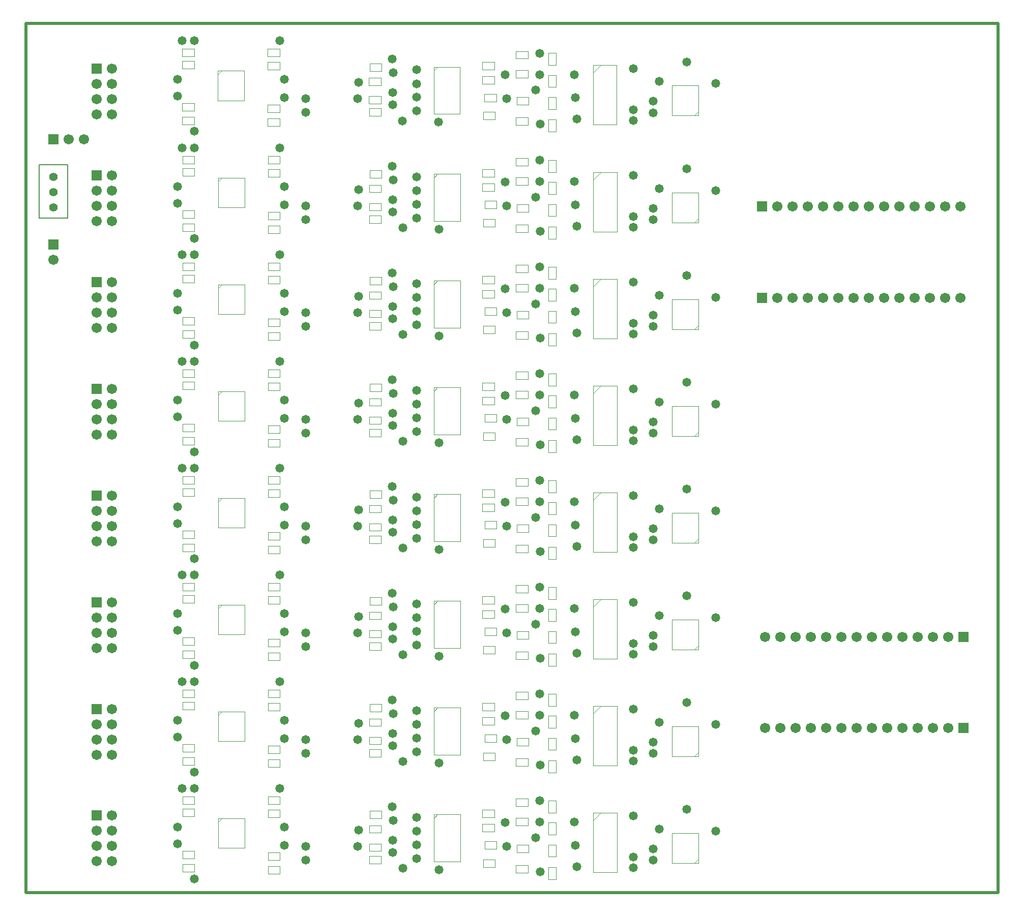
<source format=gbs>
G04*
G04 #@! TF.GenerationSoftware,Altium Limited,Altium Designer,19.0.10 (269)*
G04*
G04 Layer_Color=16711935*
%FSLAX23Y23*%
%MOIN*%
G70*
G01*
G75*
%ADD10C,0.008*%
%ADD12C,0.010*%
%ADD13C,0.004*%
%ADD14C,0.020*%
%ADD29R,0.067X0.067*%
%ADD30C,0.067*%
%ADD31R,0.067X0.067*%
%ADD32C,0.055*%
%ADD33C,0.058*%
D10*
X1086Y4424D02*
Y4774D01*
Y4424D02*
X1275D01*
Y4774D01*
X1086D02*
X1275D01*
D12*
X7360Y5700D02*
X7370Y5690D01*
D13*
X2258Y5390D02*
X2431D01*
Y5194D02*
Y5390D01*
X2258Y5194D02*
X2431D01*
X2258D02*
Y5390D01*
Y5365D02*
X2284Y5390D01*
X2259Y4688D02*
X2432D01*
Y4492D02*
Y4688D01*
X2259Y4492D02*
X2432D01*
X2259D02*
Y4688D01*
Y4663D02*
X2284Y4688D01*
X2259Y3988D02*
X2432D01*
Y3792D02*
Y3988D01*
X2259Y3792D02*
X2432D01*
X2259D02*
Y3988D01*
Y3963D02*
X2284Y3988D01*
X2259Y3288D02*
X2432D01*
Y3092D02*
Y3288D01*
X2259Y3092D02*
X2432D01*
X2259D02*
Y3288D01*
Y3263D02*
X2284Y3288D01*
X2259Y2588D02*
X2432D01*
Y2392D02*
Y2588D01*
X2259Y2392D02*
X2432D01*
X2259D02*
Y2588D01*
Y2563D02*
X2284Y2588D01*
X2259Y1888D02*
X2432D01*
Y1692D02*
Y1888D01*
X2259Y1692D02*
X2432D01*
X2259D02*
Y1888D01*
Y1863D02*
X2284Y1888D01*
X2259Y1188D02*
X2432D01*
Y992D02*
Y1188D01*
X2259Y992D02*
X2432D01*
X2259D02*
Y1188D01*
Y1163D02*
X2284Y1188D01*
X2259Y488D02*
X2432D01*
Y292D02*
Y488D01*
X2259Y292D02*
X2432D01*
X2259D02*
Y488D01*
Y463D02*
X2284Y488D01*
X4718Y475D02*
X4768Y525D01*
X4718Y135D02*
Y525D01*
Y135D02*
X4872D01*
Y525D01*
X4718D02*
X4872D01*
X5381Y195D02*
X5407Y220D01*
Y195D02*
Y391D01*
X5234D02*
X5407D01*
X5234Y195D02*
Y391D01*
Y195D02*
X5407D01*
X4425Y525D02*
X4475D01*
Y604D01*
X4425D02*
X4475D01*
X4425Y525D02*
Y604D01*
Y459D02*
X4475D01*
X4425Y380D02*
Y459D01*
Y380D02*
X4475D01*
Y459D01*
X4425Y88D02*
X4475D01*
Y167D01*
X4425D02*
X4475D01*
X4425Y88D02*
Y167D01*
Y315D02*
X4475D01*
X4425Y236D02*
Y315D01*
Y236D02*
X4475D01*
Y315D01*
X4718Y1225D02*
X4872D01*
Y835D02*
Y1225D01*
X4718Y835D02*
X4872D01*
X4718D02*
Y1225D01*
Y1175D02*
X4768Y1225D01*
X5381Y895D02*
X5407Y920D01*
Y895D02*
Y1091D01*
X5234D02*
X5407D01*
X5234Y895D02*
Y1091D01*
Y895D02*
X5407D01*
X4425Y1225D02*
X4475D01*
Y1304D01*
X4425D02*
X4475D01*
X4425Y1225D02*
Y1304D01*
Y1159D02*
X4475D01*
X4425Y1080D02*
Y1159D01*
Y1080D02*
X4475D01*
Y1159D01*
X4425Y788D02*
X4475D01*
Y867D01*
X4425D02*
X4475D01*
X4425Y788D02*
Y867D01*
Y1015D02*
X4475D01*
X4425Y936D02*
Y1015D01*
Y936D02*
X4475D01*
Y1015D01*
X4718Y1875D02*
X4768Y1925D01*
X4718Y1535D02*
Y1925D01*
Y1535D02*
X4872D01*
Y1925D01*
X4718D02*
X4872D01*
X5381Y1595D02*
X5407Y1620D01*
Y1595D02*
Y1791D01*
X5234D02*
X5407D01*
X5234Y1595D02*
Y1791D01*
Y1595D02*
X5407D01*
X4425Y1925D02*
X4475D01*
Y2004D01*
X4425D02*
X4475D01*
X4425Y1925D02*
Y2004D01*
Y1859D02*
X4475D01*
X4425Y1780D02*
Y1859D01*
Y1780D02*
X4475D01*
Y1859D01*
X4425Y1488D02*
X4475D01*
Y1567D01*
X4425D02*
X4475D01*
X4425Y1488D02*
Y1567D01*
Y1715D02*
X4475D01*
X4425Y1636D02*
Y1715D01*
Y1636D02*
X4475D01*
Y1715D01*
X4718Y2575D02*
X4768Y2625D01*
X4718Y2235D02*
Y2625D01*
Y2235D02*
X4872D01*
Y2625D01*
X4718D02*
X4872D01*
X5381Y2295D02*
X5407Y2320D01*
Y2295D02*
Y2491D01*
X5234D02*
X5407D01*
X5234Y2295D02*
Y2491D01*
Y2295D02*
X5407D01*
X4425Y2625D02*
X4475D01*
Y2704D01*
X4425D02*
X4475D01*
X4425Y2625D02*
Y2704D01*
Y2559D02*
X4475D01*
X4425Y2480D02*
Y2559D01*
Y2480D02*
X4475D01*
Y2559D01*
X4425Y2188D02*
X4475D01*
Y2267D01*
X4425D02*
X4475D01*
X4425Y2188D02*
Y2267D01*
Y2415D02*
X4475D01*
X4425Y2336D02*
Y2415D01*
Y2336D02*
X4475D01*
Y2415D01*
X4718Y3275D02*
X4768Y3325D01*
X4718Y2935D02*
Y3325D01*
Y2935D02*
X4872D01*
Y3325D01*
X4718D02*
X4872D01*
X5381Y2995D02*
X5407Y3020D01*
Y2995D02*
Y3191D01*
X5234D02*
X5407D01*
X5234Y2995D02*
Y3191D01*
Y2995D02*
X5407D01*
X4425Y3325D02*
X4475D01*
Y3404D01*
X4425D02*
X4475D01*
X4425Y3325D02*
Y3404D01*
Y3259D02*
X4475D01*
X4425Y3180D02*
Y3259D01*
Y3180D02*
X4475D01*
Y3259D01*
X4425Y2888D02*
X4475D01*
Y2967D01*
X4425D02*
X4475D01*
X4425Y2888D02*
Y2967D01*
Y3115D02*
X4475D01*
X4425Y3036D02*
Y3115D01*
Y3036D02*
X4475D01*
Y3115D01*
X4718Y3975D02*
X4768Y4025D01*
X4718Y3635D02*
Y4025D01*
Y3635D02*
X4872D01*
Y4025D01*
X4718D02*
X4872D01*
X5381Y3695D02*
X5407Y3720D01*
Y3695D02*
Y3891D01*
X5234D02*
X5407D01*
X5234Y3695D02*
Y3891D01*
Y3695D02*
X5407D01*
X4425Y4025D02*
X4475D01*
Y4104D01*
X4425D02*
X4475D01*
X4425Y4025D02*
Y4104D01*
Y3959D02*
X4475D01*
X4425Y3880D02*
Y3959D01*
Y3880D02*
X4475D01*
Y3959D01*
X4425Y3588D02*
X4475D01*
Y3667D01*
X4425D02*
X4475D01*
X4425Y3588D02*
Y3667D01*
Y3815D02*
X4475D01*
X4425Y3736D02*
Y3815D01*
Y3736D02*
X4475D01*
Y3815D01*
X4718Y4675D02*
X4768Y4725D01*
X4718Y4335D02*
Y4725D01*
Y4335D02*
X4872D01*
Y4725D01*
X4718D02*
X4872D01*
X5381Y4395D02*
X5407Y4420D01*
Y4395D02*
Y4591D01*
X5234D02*
X5407D01*
X5234Y4395D02*
Y4591D01*
Y4395D02*
X5407D01*
X4425Y4725D02*
X4475D01*
Y4804D01*
X4425D02*
X4475D01*
X4425Y4725D02*
Y4804D01*
Y4659D02*
X4475D01*
X4425Y4580D02*
Y4659D01*
Y4580D02*
X4475D01*
Y4659D01*
X4425Y4288D02*
X4475D01*
Y4367D01*
X4425D02*
X4475D01*
X4425Y4288D02*
Y4367D01*
Y4515D02*
X4475D01*
X4425Y4436D02*
Y4515D01*
Y4436D02*
X4475D01*
Y4515D01*
X5381Y5097D02*
X5407Y5122D01*
Y5097D02*
Y5293D01*
X5233D02*
X5407D01*
X5233Y5097D02*
Y5293D01*
Y5097D02*
X5407D01*
X4718Y5377D02*
X4768Y5427D01*
X4718Y5037D02*
Y5427D01*
Y5037D02*
X4871D01*
Y5427D01*
X4718D02*
X4871D01*
X4425Y4990D02*
X4474D01*
Y5069D01*
X4425D02*
X4474D01*
X4425Y4990D02*
Y5069D01*
Y5217D02*
X4474D01*
X4425Y5138D02*
Y5217D01*
Y5138D02*
X4474D01*
Y5217D01*
X4425Y5427D02*
X4474D01*
Y5506D01*
X4425D02*
X4474D01*
X4425Y5427D02*
Y5506D01*
Y5361D02*
X4474D01*
X4425Y5282D02*
Y5361D01*
Y5282D02*
X4474D01*
Y5361D01*
X2586Y3380D02*
Y3430D01*
Y3380D02*
X2664D01*
Y3430D01*
X2586D02*
X2664D01*
X2586Y825D02*
Y875D01*
Y825D02*
X2664D01*
Y875D01*
X2586D02*
X2664D01*
X2586Y1280D02*
Y1330D01*
Y1280D02*
X2664D01*
Y1330D01*
X2586D02*
X2664D01*
X2585Y5027D02*
Y5077D01*
Y5027D02*
X2664D01*
Y5077D01*
X2585D02*
X2664D01*
X2586Y2680D02*
Y2730D01*
Y2680D02*
X2664D01*
Y2730D01*
X2586D02*
X2664D01*
X2586Y2925D02*
Y2975D01*
Y2925D02*
X2664D01*
Y2975D01*
X2586D02*
X2664D01*
X2586Y2225D02*
Y2275D01*
Y2225D02*
X2664D01*
Y2275D01*
X2586D02*
X2664D01*
X2586Y4080D02*
Y4130D01*
Y4080D02*
X2664D01*
Y4130D01*
X2586D02*
X2664D01*
X2586Y125D02*
Y175D01*
Y125D02*
X2664D01*
Y175D01*
X2586D02*
X2664D01*
X2586Y4780D02*
Y4830D01*
Y4780D02*
X2664D01*
Y4830D01*
X2586D02*
X2664D01*
X2585Y5482D02*
Y5532D01*
Y5482D02*
X2664D01*
Y5532D01*
X2585D02*
X2664D01*
X2586Y4325D02*
Y4375D01*
Y4325D02*
X2664D01*
Y4375D01*
X2586D02*
X2664D01*
X2586Y1980D02*
Y2030D01*
Y1980D02*
X2664D01*
Y2030D01*
X2586D02*
X2664D01*
X2586Y3625D02*
Y3675D01*
Y3625D02*
X2664D01*
Y3675D01*
X2586D02*
X2664D01*
X2586Y580D02*
Y630D01*
Y580D02*
X2664D01*
Y630D01*
X2586D02*
X2664D01*
X2586Y1525D02*
Y1575D01*
Y1525D02*
X2664D01*
Y1575D01*
X2586D02*
X2664D01*
X4294Y5167D02*
Y5217D01*
X4216D02*
X4294D01*
X4216Y5167D02*
Y5217D01*
Y5167D02*
X4294D01*
X4295Y265D02*
Y315D01*
X4216D02*
X4295D01*
X4216Y265D02*
Y315D01*
Y265D02*
X4295D01*
X4289Y830D02*
Y880D01*
X4211D02*
X4289D01*
X4211Y830D02*
Y880D01*
Y830D02*
X4289D01*
X3249Y4441D02*
X3328D01*
Y4391D02*
Y4441D01*
X3249Y4391D02*
X3328D01*
X3249D02*
Y4441D01*
X4211Y1841D02*
Y1890D01*
Y1841D02*
X4289D01*
Y1890D01*
X4211D02*
X4289D01*
X3996Y4418D02*
X4075D01*
Y4368D02*
Y4418D01*
X3996Y4368D02*
X4075D01*
X3996D02*
Y4418D01*
X4289Y130D02*
Y180D01*
X4211D02*
X4289D01*
X4211Y130D02*
Y180D01*
Y130D02*
X4289D01*
X3996Y3718D02*
X4075D01*
Y3668D02*
Y3718D01*
X3996Y3668D02*
X4075D01*
X3996D02*
Y3718D01*
X4295Y965D02*
Y1015D01*
X4216D02*
X4295D01*
X4216Y965D02*
Y1015D01*
Y965D02*
X4295D01*
X3249Y3741D02*
X3328D01*
Y3691D02*
Y3741D01*
X3249Y3691D02*
X3328D01*
X3249D02*
Y3741D01*
X4211Y567D02*
Y616D01*
Y567D02*
X4289D01*
Y616D01*
X4211D02*
X4289D01*
X3249Y1641D02*
X3328D01*
Y1591D02*
Y1641D01*
X3249Y1591D02*
X3328D01*
X3249D02*
Y1641D01*
X4295Y3065D02*
Y3115D01*
X4216D02*
X4295D01*
X4216Y3065D02*
Y3115D01*
Y3065D02*
X4295D01*
Y3765D02*
Y3815D01*
X4216D02*
X4295D01*
X4216Y3765D02*
Y3815D01*
Y3765D02*
X4295D01*
X4289Y1530D02*
Y1580D01*
X4211D02*
X4289D01*
X4211Y1530D02*
Y1580D01*
Y1530D02*
X4289D01*
X4295Y4465D02*
Y4515D01*
X4216D02*
X4295D01*
X4216Y4465D02*
Y4515D01*
Y4465D02*
X4295D01*
X3249Y2341D02*
X3328D01*
Y2291D02*
Y2341D01*
X3249Y2291D02*
X3328D01*
X3249D02*
Y2341D01*
X4211Y4767D02*
Y4816D01*
Y4767D02*
X4289D01*
Y4816D01*
X4211D02*
X4289D01*
X3996Y5120D02*
X4074D01*
Y5070D02*
Y5120D01*
X3996Y5070D02*
X4074D01*
X3996D02*
Y5120D01*
X3996Y2318D02*
X4075D01*
Y2268D02*
Y2318D01*
X3996Y2268D02*
X4075D01*
X3996D02*
Y2318D01*
X4006Y3136D02*
X4084D01*
Y3086D02*
Y3136D01*
X4006Y3086D02*
X4084D01*
X4006D02*
Y3136D01*
X3249Y3041D02*
X3328D01*
Y2991D02*
Y3041D01*
X3249Y2991D02*
X3328D01*
X3249D02*
Y3041D01*
X4211Y1141D02*
Y1190D01*
Y1141D02*
X4289D01*
Y1190D01*
X4211D02*
X4289D01*
X4211Y2541D02*
Y2590D01*
Y2541D02*
X4289D01*
Y2590D01*
X4211D02*
X4289D01*
X3996Y3018D02*
X4075D01*
Y2968D02*
Y3018D01*
X3996Y2968D02*
X4075D01*
X3996D02*
Y3018D01*
X3249Y941D02*
X3328D01*
Y891D02*
Y941D01*
X3249Y891D02*
X3328D01*
X3249D02*
Y941D01*
X4295Y1665D02*
Y1715D01*
X4216D02*
X4295D01*
X4216Y1665D02*
Y1715D01*
Y1665D02*
X4295D01*
X4006Y2436D02*
X4084D01*
Y2386D02*
Y2436D01*
X4006Y2386D02*
X4084D01*
X4006D02*
Y2436D01*
X4211Y1967D02*
Y2016D01*
Y1967D02*
X4289D01*
Y2016D01*
X4211D02*
X4289D01*
X3249Y241D02*
X3328D01*
Y191D02*
Y241D01*
X3249Y191D02*
X3328D01*
X3249D02*
Y241D01*
X4211Y441D02*
Y490D01*
Y441D02*
X4289D01*
Y490D01*
X4211D02*
X4289D01*
X4210Y5469D02*
Y5518D01*
Y5469D02*
X4289D01*
Y5518D01*
X4210D02*
X4289D01*
X4211Y1267D02*
Y1316D01*
Y1267D02*
X4289D01*
Y1316D01*
X4211D02*
X4289D01*
X4005Y5238D02*
X4084D01*
Y5188D02*
Y5238D01*
X4005Y5188D02*
X4084D01*
X4005D02*
Y5238D01*
X3996Y1618D02*
X4075D01*
Y1568D02*
Y1618D01*
X3996Y1568D02*
X4075D01*
X3996D02*
Y1618D01*
X4289Y4330D02*
Y4380D01*
X4211D02*
X4289D01*
X4211Y4330D02*
Y4380D01*
Y4330D02*
X4289D01*
Y3630D02*
Y3680D01*
X4211D02*
X4289D01*
X4211Y3630D02*
Y3680D01*
Y3630D02*
X4289D01*
X3996Y918D02*
X4075D01*
Y868D02*
Y918D01*
X3996Y868D02*
X4075D01*
X3996D02*
Y918D01*
X4289Y2230D02*
Y2280D01*
X4211D02*
X4289D01*
X4211Y2230D02*
Y2280D01*
Y2230D02*
X4289D01*
X4295Y2365D02*
Y2415D01*
X4216D02*
X4295D01*
X4216Y2365D02*
Y2415D01*
Y2365D02*
X4295D01*
X4211Y4641D02*
Y4690D01*
Y4641D02*
X4289D01*
Y4690D01*
X4211D02*
X4289D01*
X4210Y5343D02*
Y5392D01*
Y5343D02*
X4289D01*
Y5392D01*
X4210D02*
X4289D01*
X4289Y2930D02*
Y2980D01*
X4211D02*
X4289D01*
X4211Y2930D02*
Y2980D01*
Y2930D02*
X4289D01*
X4289Y5032D02*
Y5082D01*
X4210D02*
X4289D01*
X4210Y5032D02*
Y5082D01*
Y5032D02*
X4289D01*
X4006Y3836D02*
X4084D01*
Y3786D02*
Y3836D01*
X4006Y3786D02*
X4084D01*
X4006D02*
Y3836D01*
Y1736D02*
X4084D01*
Y1686D02*
Y1736D01*
X4006Y1686D02*
X4084D01*
X4006D02*
Y1736D01*
X4211Y3367D02*
Y3416D01*
Y3367D02*
X4289D01*
Y3416D01*
X4211D02*
X4289D01*
X4211Y4067D02*
Y4116D01*
Y4067D02*
X4289D01*
Y4116D01*
X4211D02*
X4289D01*
X4211Y3241D02*
Y3290D01*
Y3241D02*
X4289D01*
Y3290D01*
X4211D02*
X4289D01*
X3249Y5143D02*
X3328D01*
Y5093D02*
Y5143D01*
X3249Y5093D02*
X3328D01*
X3249D02*
Y5143D01*
X4006Y4536D02*
X4084D01*
Y4486D02*
Y4536D01*
X4006Y4486D02*
X4084D01*
X4006D02*
Y4536D01*
X4211Y3941D02*
Y3990D01*
Y3941D02*
X4289D01*
Y3990D01*
X4211D02*
X4289D01*
X4006Y1036D02*
X4084D01*
Y986D02*
Y1036D01*
X4006Y986D02*
X4084D01*
X4006D02*
Y1036D01*
X4211Y2667D02*
Y2716D01*
Y2667D02*
X4289D01*
Y2716D01*
X4211D02*
X4289D01*
X3996Y218D02*
X4075D01*
Y168D02*
Y218D01*
X3996Y168D02*
X4075D01*
X3996D02*
Y218D01*
X2104Y4780D02*
Y4830D01*
X2026D02*
X2104D01*
X2026Y4780D02*
Y4830D01*
Y4780D02*
X2104D01*
X2026Y836D02*
Y886D01*
Y836D02*
X2104D01*
Y886D01*
X2026D02*
X2104D01*
X2026Y2236D02*
Y2286D01*
Y2236D02*
X2104D01*
Y2286D01*
X2026D02*
X2104D01*
Y1280D02*
Y1330D01*
X2026D02*
X2104D01*
X2026Y1280D02*
Y1330D01*
Y1280D02*
X2104D01*
Y225D02*
Y275D01*
X2026D02*
X2104D01*
X2026Y225D02*
Y275D01*
Y225D02*
X2104D01*
X2664Y3995D02*
Y4045D01*
X2586D02*
X2664D01*
X2586Y3995D02*
Y4045D01*
Y3995D02*
X2664D01*
X2025Y5038D02*
Y5088D01*
Y5038D02*
X2104D01*
Y5088D01*
X2025D02*
X2104D01*
X2026Y1900D02*
Y1950D01*
Y1900D02*
X2104D01*
Y1950D01*
X2026D02*
X2104D01*
X2586Y1615D02*
Y1665D01*
Y1615D02*
X2664D01*
Y1665D01*
X2586D02*
X2664D01*
X2104Y2680D02*
Y2730D01*
X2026D02*
X2104D01*
X2026Y2680D02*
Y2730D01*
Y2680D02*
X2104D01*
X2026Y4000D02*
Y4050D01*
Y4000D02*
X2104D01*
Y4050D01*
X2026D02*
X2104D01*
Y1980D02*
Y2030D01*
X2026D02*
X2104D01*
X2026Y1980D02*
Y2030D01*
Y1980D02*
X2104D01*
X2026Y4700D02*
Y4750D01*
Y4700D02*
X2104D01*
Y4750D01*
X2026D02*
X2104D01*
X2664Y495D02*
Y545D01*
X2586D02*
X2664D01*
X2586Y495D02*
Y545D01*
Y495D02*
X2664D01*
X2026Y3300D02*
Y3350D01*
Y3300D02*
X2104D01*
Y3350D01*
X2026D02*
X2104D01*
X2664Y2595D02*
Y2645D01*
X2586D02*
X2664D01*
X2586Y2595D02*
Y2645D01*
Y2595D02*
X2664D01*
X2586Y915D02*
Y965D01*
Y915D02*
X2664D01*
Y965D01*
X2586D02*
X2664D01*
X2104Y1625D02*
Y1675D01*
X2026D02*
X2104D01*
X2026Y1625D02*
Y1675D01*
Y1625D02*
X2104D01*
Y3725D02*
Y3775D01*
X2026D02*
X2104D01*
X2026Y3725D02*
Y3775D01*
Y3725D02*
X2104D01*
X2586Y215D02*
Y265D01*
Y215D02*
X2664D01*
Y265D01*
X2586D02*
X2664D01*
Y1895D02*
Y1945D01*
X2586D02*
X2664D01*
X2586Y1895D02*
Y1945D01*
Y1895D02*
X2664D01*
X2586Y4415D02*
Y4465D01*
Y4415D02*
X2664D01*
Y4465D01*
X2586D02*
X2664D01*
X2025Y5402D02*
Y5452D01*
Y5402D02*
X2104D01*
Y5452D01*
X2025D02*
X2104D01*
X2104Y2325D02*
Y2375D01*
X2026D02*
X2104D01*
X2026Y2325D02*
Y2375D01*
Y2325D02*
X2104D01*
X2104Y5127D02*
Y5177D01*
X2025D02*
X2104D01*
X2025Y5127D02*
Y5177D01*
Y5127D02*
X2104D01*
X2664Y3295D02*
Y3345D01*
X2586D02*
X2664D01*
X2586Y3295D02*
Y3345D01*
Y3295D02*
X2664D01*
Y1195D02*
Y1245D01*
X2586D02*
X2664D01*
X2586Y1195D02*
Y1245D01*
Y1195D02*
X2664D01*
Y4695D02*
Y4745D01*
X2586D02*
X2664D01*
X2586Y4695D02*
Y4745D01*
Y4695D02*
X2664D01*
X2026Y136D02*
Y186D01*
Y136D02*
X2104D01*
Y186D01*
X2026D02*
X2104D01*
X2585Y5117D02*
Y5167D01*
Y5117D02*
X2664D01*
Y5167D01*
X2585D02*
X2664D01*
X2104Y4425D02*
Y4475D01*
X2026D02*
X2104D01*
X2026Y4425D02*
Y4475D01*
Y4425D02*
X2104D01*
X2104Y5482D02*
Y5532D01*
X2025D02*
X2104D01*
X2025Y5482D02*
Y5532D01*
Y5482D02*
X2104D01*
X2026Y1536D02*
Y1586D01*
Y1536D02*
X2104D01*
Y1586D01*
X2026D02*
X2104D01*
Y925D02*
Y975D01*
X2026D02*
X2104D01*
X2026Y925D02*
Y975D01*
Y925D02*
X2104D01*
X2026Y4336D02*
Y4386D01*
Y4336D02*
X2104D01*
Y4386D01*
X2026D02*
X2104D01*
X2026Y2600D02*
Y2650D01*
Y2600D02*
X2104D01*
Y2650D01*
X2026D02*
X2104D01*
X2026Y2936D02*
Y2986D01*
Y2936D02*
X2104D01*
Y2986D01*
X2026D02*
X2104D01*
X2026Y3636D02*
Y3686D01*
Y3636D02*
X2104D01*
Y3686D01*
X2026D02*
X2104D01*
X2026Y1200D02*
Y1250D01*
Y1200D02*
X2104D01*
Y1250D01*
X2026D02*
X2104D01*
X2026Y500D02*
Y550D01*
Y500D02*
X2104D01*
Y550D01*
X2026D02*
X2104D01*
Y4080D02*
Y4130D01*
X2026D02*
X2104D01*
X2026Y4080D02*
Y4130D01*
Y4080D02*
X2104D01*
Y3380D02*
Y3430D01*
X2026D02*
X2104D01*
X2026Y3380D02*
Y3430D01*
Y3380D02*
X2104D01*
Y3025D02*
Y3075D01*
X2026D02*
X2104D01*
X2026Y3025D02*
Y3075D01*
Y3025D02*
X2104D01*
X2586Y3715D02*
Y3765D01*
Y3715D02*
X2664D01*
Y3765D01*
X2586D02*
X2664D01*
X2664Y5397D02*
Y5447D01*
X2585D02*
X2664D01*
X2585Y5397D02*
Y5447D01*
Y5397D02*
X2664D01*
X2586Y3015D02*
Y3065D01*
Y3015D02*
X2664D01*
Y3065D01*
X2586D02*
X2664D01*
X2104Y580D02*
Y630D01*
X2026D02*
X2104D01*
X2026Y580D02*
Y630D01*
Y580D02*
X2104D01*
X2586Y2315D02*
Y2365D01*
Y2315D02*
X2664D01*
Y2365D01*
X2586D02*
X2664D01*
X4006Y336D02*
X4084D01*
Y286D02*
Y336D01*
X4006Y286D02*
X4084D01*
X4006D02*
Y336D01*
X3248Y5223D02*
X3327D01*
Y5174D02*
Y5223D01*
X3248Y5174D02*
X3327D01*
X3248D02*
Y5223D01*
X3249Y4521D02*
X3327D01*
Y4472D02*
Y4521D01*
X3249Y4472D02*
X3327D01*
X3249D02*
Y4521D01*
Y3821D02*
X3327D01*
Y3772D02*
Y3821D01*
X3249Y3772D02*
X3327D01*
X3249D02*
Y3821D01*
Y3121D02*
X3327D01*
Y3072D02*
Y3121D01*
X3249Y3072D02*
X3327D01*
X3249D02*
Y3121D01*
Y2421D02*
X3327D01*
Y2372D02*
Y2421D01*
X3249Y2372D02*
X3327D01*
X3249D02*
Y2421D01*
Y1721D02*
X3327D01*
Y1672D02*
Y1721D01*
X3249Y1672D02*
X3327D01*
X3249D02*
Y1721D01*
Y1021D02*
X3327D01*
Y972D02*
Y1021D01*
X3249Y972D02*
X3327D01*
X3249D02*
Y1021D01*
Y321D02*
X3327D01*
Y272D02*
Y321D01*
X3249Y272D02*
X3327D01*
X3249D02*
Y321D01*
X3990Y5352D02*
X4069D01*
Y5303D02*
Y5352D01*
X3990Y5303D02*
X4069D01*
X3990D02*
Y5352D01*
X3991Y4650D02*
X4069D01*
Y4601D02*
Y4650D01*
X3991Y4601D02*
X4069D01*
X3991D02*
Y4650D01*
Y3950D02*
X4069D01*
Y3901D02*
Y3950D01*
X3991Y3901D02*
X4069D01*
X3991D02*
Y3950D01*
Y3250D02*
X4069D01*
Y3201D02*
Y3250D01*
X3991Y3201D02*
X4069D01*
X3991D02*
Y3250D01*
Y2550D02*
X4069D01*
Y2501D02*
Y2550D01*
X3991Y2501D02*
X4069D01*
X3991D02*
Y2550D01*
Y1850D02*
X4069D01*
Y1801D02*
Y1850D01*
X3991Y1801D02*
X4069D01*
X3991D02*
Y1850D01*
Y1150D02*
X4069D01*
Y1101D02*
Y1150D01*
X3991Y1101D02*
X4069D01*
X3991D02*
Y1150D01*
Y450D02*
X4069D01*
Y401D02*
Y450D01*
X3991Y401D02*
X4069D01*
X3991D02*
Y450D01*
X3248Y5343D02*
X3327D01*
Y5294D02*
Y5343D01*
X3248Y5294D02*
X3327D01*
X3248D02*
Y5343D01*
X3249Y4641D02*
X3327D01*
Y4592D02*
Y4641D01*
X3249Y4592D02*
X3327D01*
X3249D02*
Y4641D01*
Y3941D02*
X3327D01*
Y3892D02*
Y3941D01*
X3249Y3892D02*
X3327D01*
X3249D02*
Y3941D01*
Y3241D02*
X3327D01*
Y3192D02*
Y3241D01*
X3249Y3192D02*
X3327D01*
X3249D02*
Y3241D01*
Y2541D02*
X3327D01*
Y2492D02*
Y2541D01*
X3249Y2492D02*
X3327D01*
X3249D02*
Y2541D01*
Y1841D02*
X3327D01*
Y1792D02*
Y1841D01*
X3249Y1792D02*
X3327D01*
X3249D02*
Y1841D01*
Y1141D02*
X3327D01*
Y1092D02*
Y1141D01*
X3249Y1092D02*
X3327D01*
X3249D02*
Y1141D01*
Y441D02*
X3327D01*
Y392D02*
Y441D01*
X3249Y392D02*
X3327D01*
X3249D02*
Y441D01*
X3990Y5447D02*
X4069D01*
Y5397D02*
Y5447D01*
X3990Y5397D02*
X4069D01*
X3990D02*
Y5447D01*
X3991Y4745D02*
X4069D01*
Y4695D02*
Y4745D01*
X3991Y4695D02*
X4069D01*
X3991D02*
Y4745D01*
Y4045D02*
X4069D01*
Y3995D02*
Y4045D01*
X3991Y3995D02*
X4069D01*
X3991D02*
Y4045D01*
Y3345D02*
X4069D01*
Y3295D02*
Y3345D01*
X3991Y3295D02*
X4069D01*
X3991D02*
Y3345D01*
Y2645D02*
X4069D01*
Y2595D02*
Y2645D01*
X3991Y2595D02*
X4069D01*
X3991D02*
Y2645D01*
Y1945D02*
X4069D01*
Y1895D02*
Y1945D01*
X3991Y1895D02*
X4069D01*
X3991D02*
Y1945D01*
Y1245D02*
X4069D01*
Y1195D02*
Y1245D01*
X3991Y1195D02*
X4069D01*
X3991D02*
Y1245D01*
Y545D02*
X4069D01*
Y495D02*
Y545D01*
X3991Y495D02*
X4069D01*
X3991D02*
Y545D01*
X3252Y5438D02*
X3330D01*
Y5388D02*
Y5438D01*
X3252Y5388D02*
X3330D01*
X3252D02*
Y5438D01*
X3252Y4736D02*
X3331D01*
Y4686D02*
Y4736D01*
X3252Y4686D02*
X3331D01*
X3252D02*
Y4736D01*
Y4036D02*
X3331D01*
Y3986D02*
Y4036D01*
X3252Y3986D02*
X3331D01*
X3252D02*
Y4036D01*
Y3336D02*
X3331D01*
Y3286D02*
Y3336D01*
X3252Y3286D02*
X3331D01*
X3252D02*
Y3336D01*
Y2636D02*
X3331D01*
Y2586D02*
Y2636D01*
X3252Y2586D02*
X3331D01*
X3252D02*
Y2636D01*
Y1936D02*
X3331D01*
Y1886D02*
Y1936D01*
X3252Y1886D02*
X3331D01*
X3252D02*
Y1936D01*
Y1236D02*
X3331D01*
Y1186D02*
Y1236D01*
X3252Y1186D02*
X3331D01*
X3252D02*
Y1236D01*
Y536D02*
X3331D01*
Y486D02*
Y536D01*
X3252Y486D02*
X3331D01*
X3252D02*
Y536D01*
X3672Y5414D02*
X3845D01*
Y5107D02*
Y5414D01*
X3672Y5107D02*
X3845D01*
X3672D02*
Y5414D01*
Y5389D02*
X3698Y5414D01*
X3673Y4712D02*
X3846D01*
Y4405D02*
Y4712D01*
X3673Y4405D02*
X3846D01*
X3673D02*
Y4712D01*
Y4687D02*
X3698Y4712D01*
X3673Y4012D02*
X3846D01*
Y3705D02*
Y4012D01*
X3673Y3705D02*
X3846D01*
X3673D02*
Y4012D01*
Y3987D02*
X3698Y4012D01*
X3673Y3312D02*
X3846D01*
Y3005D02*
Y3312D01*
X3673Y3005D02*
X3846D01*
X3673D02*
Y3312D01*
Y3287D02*
X3698Y3312D01*
X3673Y2587D02*
X3698Y2612D01*
X3673Y2305D02*
Y2612D01*
Y2305D02*
X3846D01*
Y2612D01*
X3673D02*
X3846D01*
X3673Y1912D02*
X3846D01*
Y1605D02*
Y1912D01*
X3673Y1605D02*
X3846D01*
X3673D02*
Y1912D01*
Y1887D02*
X3698Y1912D01*
X3673Y1212D02*
X3846D01*
Y905D02*
Y1212D01*
X3673Y905D02*
X3846D01*
X3673D02*
Y1212D01*
Y1187D02*
X3698Y1212D01*
X3673Y512D02*
X3846D01*
Y205D02*
Y512D01*
X3673Y205D02*
X3846D01*
X3673D02*
Y512D01*
Y487D02*
X3698Y512D01*
D14*
X1000Y0D02*
Y5700D01*
X7370D01*
Y0D02*
Y5700D01*
X1000Y0D02*
X7370D01*
D29*
X1465Y4703D02*
D03*
X1180Y4250D02*
D03*
X1465Y1903D02*
D03*
Y506D02*
D03*
Y2603D02*
D03*
Y1204D02*
D03*
Y3303D02*
D03*
Y4003D02*
D03*
X1465Y5402D02*
D03*
D30*
X1565Y4703D02*
D03*
X1465Y4603D02*
D03*
X1565D02*
D03*
X1465Y4503D02*
D03*
X1565D02*
D03*
X1465Y4403D02*
D03*
X1565D02*
D03*
X1180Y4150D02*
D03*
X1565Y1903D02*
D03*
X1465Y1803D02*
D03*
X1565D02*
D03*
X1465Y1703D02*
D03*
X1565D02*
D03*
X1465Y1603D02*
D03*
X1565D02*
D03*
Y506D02*
D03*
X1465Y406D02*
D03*
X1565D02*
D03*
X1465Y306D02*
D03*
X1565D02*
D03*
X1465Y206D02*
D03*
X1565D02*
D03*
Y2603D02*
D03*
X1465Y2503D02*
D03*
X1565D02*
D03*
X1465Y2403D02*
D03*
X1565D02*
D03*
X1465Y2303D02*
D03*
X1565D02*
D03*
X7045Y1080D02*
D03*
X6945D02*
D03*
X6845D02*
D03*
X6745D02*
D03*
X6645D02*
D03*
X6545D02*
D03*
X6445D02*
D03*
X6345D02*
D03*
X6245D02*
D03*
X6145D02*
D03*
X6045D02*
D03*
X5945D02*
D03*
X5845D02*
D03*
X1565Y1204D02*
D03*
X1465Y1104D02*
D03*
X1565D02*
D03*
X1465Y1004D02*
D03*
X1565D02*
D03*
X1465Y904D02*
D03*
X1565D02*
D03*
Y3303D02*
D03*
X1465Y3203D02*
D03*
X1565D02*
D03*
X1465Y3103D02*
D03*
X1565D02*
D03*
X1465Y3003D02*
D03*
X1565D02*
D03*
Y4003D02*
D03*
X1465Y3903D02*
D03*
X1565D02*
D03*
X1465Y3803D02*
D03*
X1565D02*
D03*
X1465Y3703D02*
D03*
X1565D02*
D03*
X1565Y5402D02*
D03*
X1465Y5302D02*
D03*
X1565D02*
D03*
X1465Y5202D02*
D03*
X1565D02*
D03*
X1465Y5102D02*
D03*
X1565D02*
D03*
X7045Y1677D02*
D03*
X6945D02*
D03*
X6845D02*
D03*
X6745D02*
D03*
X6645D02*
D03*
X6545D02*
D03*
X6445D02*
D03*
X6345D02*
D03*
X6245D02*
D03*
X6145D02*
D03*
X6045D02*
D03*
X5945D02*
D03*
X5845D02*
D03*
X1280Y4940D02*
D03*
X1380D02*
D03*
X5925Y3900D02*
D03*
X6025D02*
D03*
X6125D02*
D03*
X6225D02*
D03*
X6325D02*
D03*
X6425D02*
D03*
X6525D02*
D03*
X6625D02*
D03*
X6725D02*
D03*
X6825D02*
D03*
X6925D02*
D03*
X7025D02*
D03*
X7125D02*
D03*
X5925Y4499D02*
D03*
X6025D02*
D03*
X6125D02*
D03*
X6225D02*
D03*
X6325D02*
D03*
X6425D02*
D03*
X6525D02*
D03*
X6625D02*
D03*
X6725D02*
D03*
X6825D02*
D03*
X6925D02*
D03*
X7025D02*
D03*
X7125D02*
D03*
D31*
X7145Y1080D02*
D03*
Y1677D02*
D03*
X1180Y4940D02*
D03*
X5825Y3900D02*
D03*
Y4499D02*
D03*
D32*
X1180Y4694D02*
D03*
Y4594D02*
D03*
Y4494D02*
D03*
D33*
X3400Y565D02*
D03*
X3405Y265D02*
D03*
X4141Y460D02*
D03*
X3180Y410D02*
D03*
X4368Y463D02*
D03*
X4150Y305D02*
D03*
X3175D02*
D03*
X3405Y345D02*
D03*
X3407Y474D02*
D03*
X3706Y150D02*
D03*
X3469Y159D02*
D03*
X1995Y430D02*
D03*
X2695D02*
D03*
X4595Y463D02*
D03*
X4600Y310D02*
D03*
X4610Y170D02*
D03*
X4981Y503D02*
D03*
X1995Y320D02*
D03*
X2695Y310D02*
D03*
X3559Y494D02*
D03*
X2104Y684D02*
D03*
X2024D02*
D03*
X3561Y403D02*
D03*
X2104Y90D02*
D03*
X3561Y314D02*
D03*
X2835Y305D02*
D03*
X3559Y224D02*
D03*
X2835Y215D02*
D03*
X2665Y685D02*
D03*
X5330Y546D02*
D03*
X5520Y405D02*
D03*
X5150Y418D02*
D03*
X5110Y288D02*
D03*
X4980Y233D02*
D03*
X5110Y213D02*
D03*
X4980Y163D02*
D03*
X4367Y603D02*
D03*
X4370Y138D02*
D03*
X4340Y360D02*
D03*
X3400Y1265D02*
D03*
X3405Y965D02*
D03*
X4141Y1160D02*
D03*
X3180Y1110D02*
D03*
X4368Y1163D02*
D03*
X4150Y1005D02*
D03*
X3175D02*
D03*
X3405Y1045D02*
D03*
X3407Y1174D02*
D03*
X3706Y850D02*
D03*
X3469Y859D02*
D03*
X1995Y1130D02*
D03*
X2695D02*
D03*
X4595Y1163D02*
D03*
X4600Y1010D02*
D03*
X4610Y870D02*
D03*
X4981Y1203D02*
D03*
X1995Y1020D02*
D03*
X2695Y1010D02*
D03*
X3559Y1194D02*
D03*
X2104Y1384D02*
D03*
X2024D02*
D03*
X3561Y1103D02*
D03*
X2104Y790D02*
D03*
X3561Y1014D02*
D03*
X2835Y1005D02*
D03*
X3559Y924D02*
D03*
X2835Y915D02*
D03*
X2665Y1385D02*
D03*
X5330Y1246D02*
D03*
X5520Y1105D02*
D03*
X5150Y1118D02*
D03*
X5110Y988D02*
D03*
X4980Y933D02*
D03*
X5110Y913D02*
D03*
X4980Y863D02*
D03*
X4367Y1303D02*
D03*
X4370Y838D02*
D03*
X4340Y1060D02*
D03*
X3400Y1965D02*
D03*
X3405Y1665D02*
D03*
X4141Y1860D02*
D03*
X3180Y1810D02*
D03*
X4368Y1863D02*
D03*
X4150Y1705D02*
D03*
X3175D02*
D03*
X3405Y1745D02*
D03*
X3407Y1874D02*
D03*
X3706Y1550D02*
D03*
X3469Y1559D02*
D03*
X1995Y1830D02*
D03*
X2695D02*
D03*
X4595Y1863D02*
D03*
X4600Y1710D02*
D03*
X4610Y1570D02*
D03*
X4981Y1903D02*
D03*
X1995Y1720D02*
D03*
X2695Y1710D02*
D03*
X3559Y1894D02*
D03*
X2104Y2084D02*
D03*
X2024D02*
D03*
X3561Y1803D02*
D03*
X2104Y1490D02*
D03*
X3561Y1714D02*
D03*
X2835Y1705D02*
D03*
X3559Y1624D02*
D03*
X2835Y1615D02*
D03*
X2665Y2085D02*
D03*
X5330Y1946D02*
D03*
X5520Y1805D02*
D03*
X5150Y1818D02*
D03*
X5110Y1688D02*
D03*
X4980Y1633D02*
D03*
X5110Y1613D02*
D03*
X4980Y1563D02*
D03*
X4367Y2003D02*
D03*
X4370Y1538D02*
D03*
X4340Y1760D02*
D03*
X3400Y2665D02*
D03*
X3405Y2365D02*
D03*
X4141Y2560D02*
D03*
X3180Y2510D02*
D03*
X4368Y2563D02*
D03*
X4150Y2405D02*
D03*
X3175D02*
D03*
X3405Y2445D02*
D03*
X3407Y2574D02*
D03*
X3706Y2250D02*
D03*
X3469Y2259D02*
D03*
X1995Y2530D02*
D03*
X2695D02*
D03*
X4595Y2563D02*
D03*
X4600Y2410D02*
D03*
X4610Y2270D02*
D03*
X4981Y2603D02*
D03*
X1995Y2420D02*
D03*
X2695Y2410D02*
D03*
X3559Y2594D02*
D03*
X2104Y2784D02*
D03*
X2024D02*
D03*
X3561Y2503D02*
D03*
X2104Y2190D02*
D03*
X3561Y2414D02*
D03*
X2835Y2405D02*
D03*
X3559Y2324D02*
D03*
X2835Y2315D02*
D03*
X2665Y2785D02*
D03*
X5330Y2646D02*
D03*
X5520Y2505D02*
D03*
X5150Y2518D02*
D03*
X5110Y2388D02*
D03*
X4980Y2333D02*
D03*
X5110Y2313D02*
D03*
X4980Y2263D02*
D03*
X4367Y2703D02*
D03*
X4370Y2238D02*
D03*
X4340Y2460D02*
D03*
X3400Y3365D02*
D03*
X3405Y3065D02*
D03*
X4141Y3260D02*
D03*
X3180Y3210D02*
D03*
X4368Y3263D02*
D03*
X4150Y3105D02*
D03*
X3175D02*
D03*
X3405Y3145D02*
D03*
X3407Y3274D02*
D03*
X3706Y2950D02*
D03*
X3469Y2959D02*
D03*
X1995Y3230D02*
D03*
X2695D02*
D03*
X4595Y3263D02*
D03*
X4600Y3110D02*
D03*
X4610Y2970D02*
D03*
X4981Y3303D02*
D03*
X1995Y3120D02*
D03*
X2695Y3110D02*
D03*
X3559Y3294D02*
D03*
X2104Y3484D02*
D03*
X2024D02*
D03*
X3561Y3203D02*
D03*
X2104Y2890D02*
D03*
X3561Y3114D02*
D03*
X2835Y3105D02*
D03*
X3559Y3024D02*
D03*
X2835Y3015D02*
D03*
X2665Y3485D02*
D03*
X5330Y3346D02*
D03*
X5520Y3205D02*
D03*
X5150Y3218D02*
D03*
X5110Y3088D02*
D03*
X4980Y3033D02*
D03*
X5110Y3013D02*
D03*
X4980Y2963D02*
D03*
X4367Y3403D02*
D03*
X4370Y2938D02*
D03*
X4340Y3160D02*
D03*
X3400Y4065D02*
D03*
X3405Y3765D02*
D03*
X4141Y3960D02*
D03*
X3180Y3910D02*
D03*
X4368Y3963D02*
D03*
X4150Y3805D02*
D03*
X3175D02*
D03*
X3405Y3845D02*
D03*
X3407Y3974D02*
D03*
X3706Y3650D02*
D03*
X3469Y3659D02*
D03*
X1995Y3930D02*
D03*
X2695D02*
D03*
X4595Y3963D02*
D03*
X4600Y3810D02*
D03*
X4610Y3670D02*
D03*
X4981Y4003D02*
D03*
X1995Y3820D02*
D03*
X2695Y3810D02*
D03*
X3559Y3994D02*
D03*
X2104Y4184D02*
D03*
X2024D02*
D03*
X3561Y3903D02*
D03*
X2104Y3590D02*
D03*
X3561Y3814D02*
D03*
X2835Y3805D02*
D03*
X3559Y3724D02*
D03*
X2835Y3715D02*
D03*
X2665Y4185D02*
D03*
X5330Y4046D02*
D03*
X5520Y3905D02*
D03*
X5150Y3918D02*
D03*
X5110Y3788D02*
D03*
X4980Y3733D02*
D03*
X5110Y3713D02*
D03*
X4980Y3663D02*
D03*
X4367Y4103D02*
D03*
X4370Y3638D02*
D03*
X4340Y3860D02*
D03*
X3400Y4765D02*
D03*
X3405Y4465D02*
D03*
X4141Y4660D02*
D03*
X3180Y4610D02*
D03*
X4368Y4663D02*
D03*
X4150Y4505D02*
D03*
X3175D02*
D03*
X3405Y4545D02*
D03*
X3407Y4674D02*
D03*
X3706Y4350D02*
D03*
X3469Y4359D02*
D03*
X1995Y4630D02*
D03*
X2695D02*
D03*
X4595Y4663D02*
D03*
X4600Y4510D02*
D03*
X4610Y4370D02*
D03*
X4981Y4703D02*
D03*
X1995Y4520D02*
D03*
X2695Y4510D02*
D03*
X3559Y4694D02*
D03*
X2104Y4884D02*
D03*
X2024D02*
D03*
X3561Y4603D02*
D03*
X2104Y4290D02*
D03*
X3561Y4514D02*
D03*
X2835Y4505D02*
D03*
X3559Y4424D02*
D03*
X2835Y4415D02*
D03*
X2665Y4885D02*
D03*
X5330Y4746D02*
D03*
X5520Y4605D02*
D03*
X5150Y4618D02*
D03*
X5110Y4488D02*
D03*
X4980Y4433D02*
D03*
X5110Y4413D02*
D03*
X4980Y4363D02*
D03*
X4367Y4803D02*
D03*
X4370Y4338D02*
D03*
X4340Y4560D02*
D03*
X4595Y5365D02*
D03*
X4150Y5207D02*
D03*
X3400Y5467D02*
D03*
X3405Y5167D02*
D03*
X4367Y5365D02*
D03*
X4141Y5362D02*
D03*
X3180Y5312D02*
D03*
X3175Y5207D02*
D03*
X3406Y5376D02*
D03*
X3405Y5247D02*
D03*
X3468Y5061D02*
D03*
X3705Y5052D02*
D03*
X1995Y5332D02*
D03*
X2695D02*
D03*
X4600Y5212D02*
D03*
X4610Y5072D02*
D03*
X4981Y5405D02*
D03*
X1995Y5222D02*
D03*
X2695Y5212D02*
D03*
X2024Y5586D02*
D03*
X3559Y5396D02*
D03*
X2104Y5586D02*
D03*
X3561Y5305D02*
D03*
X2104Y4992D02*
D03*
X3560Y5216D02*
D03*
X2835Y5207D02*
D03*
X2665Y5587D02*
D03*
X3559Y5126D02*
D03*
X2835Y5117D02*
D03*
X5330Y5448D02*
D03*
X5110Y5115D02*
D03*
X4980Y5065D02*
D03*
X5110Y5190D02*
D03*
X4980Y5135D02*
D03*
X5150Y5320D02*
D03*
X5520Y5307D02*
D03*
X4366Y5505D02*
D03*
X4369Y5040D02*
D03*
X4340Y5262D02*
D03*
M02*

</source>
